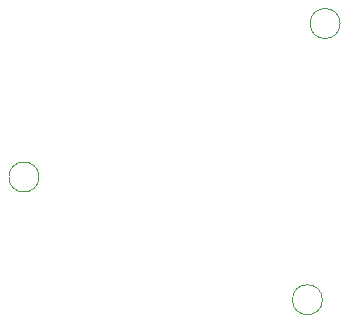
<source format=gbr>
%TF.GenerationSoftware,KiCad,Pcbnew,7.0.10*%
%TF.CreationDate,2024-02-11T22:43:53-05:00*%
%TF.ProjectId,basement_inner,62617365-6d65-46e7-945f-696e6e65722e,rev?*%
%TF.SameCoordinates,Original*%
%TF.FileFunction,Legend,Top*%
%TF.FilePolarity,Positive*%
%FSLAX46Y46*%
G04 Gerber Fmt 4.6, Leading zero omitted, Abs format (unit mm)*
G04 Created by KiCad (PCBNEW 7.0.10) date 2024-02-11 22:43:53*
%MOMM*%
%LPD*%
G01*
G04 APERTURE LIST*
%ADD10C,0.100000*%
G04 APERTURE END LIST*
D10*
%TO.C,J102*%
X58770000Y-37010000D02*
G75*
G03*
X56230000Y-37010000I-1270000J0D01*
G01*
X56230000Y-37010000D02*
G75*
G03*
X58770000Y-37010000I1270000J0D01*
G01*
%TO.C,J103*%
X57270000Y-60392000D02*
G75*
G03*
X54730000Y-60392000I-1270000J0D01*
G01*
X54730000Y-60392000D02*
G75*
G03*
X57270000Y-60392000I1270000J0D01*
G01*
%TO.C,J101*%
X33270000Y-50000000D02*
G75*
G03*
X30730000Y-50000000I-1270000J0D01*
G01*
X30730000Y-50000000D02*
G75*
G03*
X33270000Y-50000000I1270000J0D01*
G01*
%TD*%
M02*

</source>
